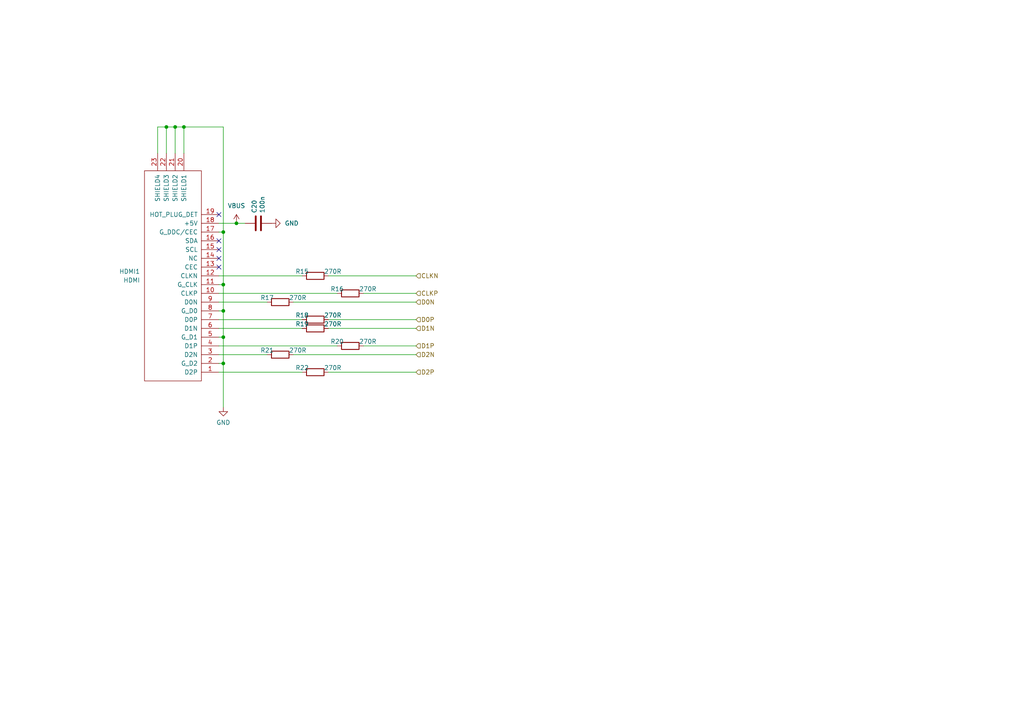
<source format=kicad_sch>
(kicad_sch (version 20231120) (generator "eeschema") (generator_version "8.0")
  (paper "A4")
  (title_block (title "MiniFRANK") (date "2025-01-12") (rev "2.0") (company "Mikhail Matveev") (comment 1 "https://github.com/xtremespb/frank"))
  (lib_symbols
    (symbol "Device:C" (pin_numbers hide) (pin_names (offset 0.254))
      (property "Reference" "C" (at 0.635 2.54 0))
      (property "Value" "C" (at 0.635 -2.54 0))
      (symbol "C_0_1"
        (polyline (pts (xy -2.032 -0.762) (xy 2.032 -0.762)) (stroke (width 0.508)))
        (polyline (pts (xy -2.032 0.762) (xy 2.032 0.762)) (stroke (width 0.508)))
      )
      (symbol "C_1_1"
        (pin passive line (at 0 3.81 270) (length 2.794) (name "~") (number "1"))
        (pin passive line (at 0 -3.81 90) (length 2.794) (name "~") (number "2"))
      )
    )
    (symbol "Device:R" (pin_numbers hide) (pin_names (offset 0))
      (property "Reference" "R" (at 2.032 0 90))
      (property "Value" "R" (at 0 0 90))
      (symbol "R_0_1"
        (rectangle (start -1.016 -2.54) (end 1.016 2.54) (stroke (width 0.254)))
      )
      (symbol "R_1_1"
        (pin passive line (at 0 3.81 270) (length 1.27) (name "~") (number "1"))
        (pin passive line (at 0 -3.81 90) (length 1.27) (name "~") (number "2"))
      )
    )
    (symbol "GND_1" (power) (pin_numbers hide) (pin_names (offset 0) hide)
      (property "Value" "GND" (at 0 -3.81 0))
      (symbol "GND_1_0_1"
        (polyline (pts (xy 0 0) (xy 0 -1.27) (xy 1.27 -1.27) (xy 0 -2.54) (xy -1.27 -1.27) (xy 0 -1.27)))
      )
      (symbol "GND_1_1_1"
        (pin power_in line (at 0 0 270) (length 0) (name "~") (number "1"))
      )
    )
    (symbol "R40:HDMI" (pin_names (offset 1.016))
      (property "Reference" "CN" (at -1.27 16.51 0))
      (property "Value" "HDMI" (at 7.62 16.51 0))
      (symbol "HDMI_0_1"
        (rectangle (start -5.08 15.24) (end 11.43 -45.72))
      )
      (symbol "HDMI_1_1"
        (pin input line (at -10.16 12.7 0) (length 5.08) (name "D2P") (number "1"))
        (pin input line (at -10.16 -10.16 0) (length 5.08) (name "CLKP") (number "10"))
        (pin input line (at -10.16 -12.7 0) (length 5.08) (name "G_CLK") (number "11"))
        (pin input line (at -10.16 -15.24 0) (length 5.08) (name "CLKN") (number "12"))
        (pin input line (at -10.16 -17.78 0) (length 5.08) (name "CEC") (number "13"))
        (pin input line (at -10.16 -20.32 0) (length 5.08) (name "NC") (number "14"))
        (pin input line (at -10.16 -22.86 0) (length 5.08) (name "SCL") (number "15"))
        (pin input line (at -10.16 -25.4 0) (length 5.08) (name "SDA") (number "16"))
        (pin input line (at -10.16 -27.94 0) (length 5.08) (name "G_DDC/CEC") (number "17"))
        (pin input line (at -10.16 -30.48 0) (length 5.08) (name "+5V") (number "18"))
        (pin input line (at -10.16 -33.02 0) (length 5.08) (name "HOT_PLUG_DET") (number "19"))
        (pin input line (at -10.16 10.16 0) (length 5.08) (name "G_D2") (number "2"))
        (pin input line (at 0 -50.8 90) (length 5.08) (name "SHIELD1") (number "20"))
        (pin input line (at 2.54 -50.8 90) (length 5.08) (name "SHIELD2") (number "21"))
        (pin input line (at 5.08 -50.8 90) (length 5.08) (name "SHIELD3") (number "22"))
        (pin input line (at 7.62 -50.8 90) (length 5.08) (name "SHIELD4") (number "23"))
        (pin input line (at -10.16 7.62 0) (length 5.08) (name "D2N") (number "3"))
        (pin input line (at -10.16 5.08 0) (length 5.08) (name "D1P") (number "4"))
        (pin input line (at -10.16 2.54 0) (length 5.08) (name "G_D1") (number "5"))
        (pin input line (at -10.16 0 0) (length 5.08) (name "D1N") (number "6"))
        (pin input line (at -10.16 -2.54 0) (length 5.08) (name "D0P") (number "7"))
        (pin input line (at -10.16 -5.08 0) (length 5.08) (name "G_D0") (number "8"))
        (pin input line (at -10.16 -7.62 0) (length 5.08) (name "D0N") (number "9"))
      )
    )
    (symbol "power:GND" (power) (pin_names (offset 0))
      (property "Value" "GND" (at 0 -3.81 0))
      (symbol "GND_0_1"
        (polyline (pts (xy 0 0) (xy 0 -1.27) (xy 1.27 -1.27) (xy 0 -2.54) (xy -1.27 -1.27) (xy 0 -1.27)))
      )
      (symbol "GND_1_1"
        (pin power_in line (at 0 0 270) (length 0) hide (name "GND") (number "1"))
      )
    )
    (symbol "power:VBUS" (power) (pin_numbers hide) (pin_names (offset 0) hide)
      (property "Value" "VBUS" (at 0 3.556 0))
      (symbol "VBUS_0_1"
        (polyline (pts (xy -0.762 1.27) (xy 0 2.54)))
        (polyline (pts (xy 0 0) (xy 0 2.54)))
        (polyline (pts (xy 0 2.54) (xy 0.762 1.27)))
      )
      (symbol "VBUS_1_1"
        (pin power_in line (at 0 0 90) (length 0) (name "~") (number "1"))
      )
    )
  )
  (junction (at 68.58 64.77))
  (junction (at 64.77 97.79))
  (junction (at 48.26 36.83))
  (junction (at 64.77 67.31))
  (junction (at 64.77 82.55))
  (junction (at 64.77 105.41))
  (junction (at 53.34 36.83))
  (junction (at 64.77 90.17))
  (junction (at 50.8 36.83))
  (no_connect (at 63.5 77.47))
  (no_connect (at 63.5 72.39))
  (no_connect (at 63.5 74.93))
  (no_connect (at 63.5 62.23))
  (no_connect (at 63.5 69.85))
  (wire (pts (xy 63.5 82.55) (xy 64.77 82.55)))
  (wire (pts (xy 64.77 97.79) (xy 64.77 105.41)))
  (wire (pts (xy 63.5 92.71) (xy 87.63 92.71)))
  (wire (pts (xy 85.09 102.87) (xy 120.65 102.87)))
  (wire (pts (xy 63.5 107.95) (xy 87.63 107.95)))
  (wire (pts (xy 63.5 90.17) (xy 64.77 90.17)))
  (wire (pts (xy 64.77 36.83) (xy 53.34 36.83)))
  (wire (pts (xy 50.8 36.83) (xy 50.8 44.45)))
  (wire (pts (xy 85.09 87.63) (xy 120.65 87.63)))
  (wire (pts (xy 53.34 36.83) (xy 50.8 36.83)))
  (wire (pts (xy 105.41 100.33) (xy 120.65 100.33)))
  (wire (pts (xy 64.77 90.17) (xy 64.77 97.79)))
  (wire (pts (xy 64.77 82.55) (xy 64.77 90.17)))
  (wire (pts (xy 95.25 95.25) (xy 120.65 95.25)))
  (wire (pts (xy 48.26 36.83) (xy 48.26 44.45)))
  (wire (pts (xy 63.5 80.01) (xy 87.63 80.01)))
  (wire (pts (xy 63.5 64.77) (xy 68.58 64.77)))
  (wire (pts (xy 63.5 100.33) (xy 97.79 100.33)))
  (wire (pts (xy 63.5 105.41) (xy 64.77 105.41)))
  (wire (pts (xy 64.77 105.41) (xy 64.77 118.11)))
  (wire (pts (xy 95.25 80.01) (xy 120.65 80.01)))
  (wire (pts (xy 95.25 92.71) (xy 120.65 92.71)))
  (wire (pts (xy 64.77 82.55) (xy 64.77 67.31)))
  (wire (pts (xy 48.26 36.83) (xy 45.72 36.83)))
  (wire (pts (xy 63.5 97.79) (xy 64.77 97.79)))
  (wire (pts (xy 63.5 67.31) (xy 64.77 67.31)))
  (wire (pts (xy 63.5 85.09) (xy 97.79 85.09)))
  (wire (pts (xy 64.77 67.31) (xy 64.77 36.83)))
  (wire (pts (xy 68.58 64.77) (xy 71.12 64.77)))
  (wire (pts (xy 105.41 85.09) (xy 120.65 85.09)))
  (wire (pts (xy 63.5 102.87) (xy 77.47 102.87)))
  (wire (pts (xy 50.8 36.83) (xy 48.26 36.83)))
  (wire (pts (xy 63.5 95.25) (xy 87.63 95.25)))
  (wire (pts (xy 45.72 36.83) (xy 45.72 44.45)))
  (wire (pts (xy 53.34 36.83) (xy 53.34 44.45)))
  (wire (pts (xy 95.25 107.95) (xy 120.65 107.95)))
  (wire (pts (xy 63.5 87.63) (xy 77.47 87.63)))
  (hierarchical_label "D2P" (shape input) (at 120.65 107.95 0))
  (hierarchical_label "CLKP" (shape input) (at 120.65 85.09 0))
  (hierarchical_label "D2N" (shape input) (at 120.65 102.87 0))
  (hierarchical_label "CLKN" (shape input) (at 120.65 80.01 0))
  (hierarchical_label "D0P" (shape input) (at 120.65 92.71 0))
  (hierarchical_label "D1P" (shape input) (at 120.65 100.33 0))
  (hierarchical_label "D0N" (shape input) (at 120.65 87.63 0))
  (hierarchical_label "D1N" (shape input) (at 120.65 95.25 0))
  (symbol (lib_id "Device:R") (at 91.44 92.71 90) (unit 1)
    (property "Reference" "R18" (at 87.63 91.44 90))
    (property "Value" "270R" (at 96.52 91.44 90))
    (property "Footprint" "LIBS:R_0805" (effects (hide yes)))
  )
  (symbol (lib_id "Device:R") (at 101.6 100.33 90) (unit 1)
    (property "Reference" "R20" (at 97.79 99.06 90))
    (property "Value" "270R" (at 106.68 99.06 90))
    (property "Footprint" "LIBS:R_0805" (effects (hide yes)))
  )
  (symbol (lib_id "Device:R") (at 91.44 80.01 90) (unit 1)
    (property "Reference" "R15" (at 87.63 78.74 90))
    (property "Value" "270R" (at 96.52 78.74 90))
    (property "Footprint" "LIBS:R_0805" (effects (hide yes)))
  )
  (symbol (lib_id "power:VBUS") (at 68.58 64.77 0) (unit 1)
    (property "Reference" "#PWR045" (effects (hide yes)))
    (property "Value" "VBUS" (at 68.58 59.69 0))
    (property "Description" "Power symbol creates a global label with name \"VBUS\"" (effects (hide yes)))
  )
  (symbol (lib_id "Device:R") (at 91.44 95.25 90) (unit 1)
    (property "Reference" "R19" (at 87.63 93.98 90))
    (property "Value" "270R" (at 96.52 93.98 90))
    (property "Footprint" "LIBS:R_0805" (effects (hide yes)))
  )
  (symbol (lib_id "Device:C") (at 74.93 64.77 90) (unit 1)
    (property "Reference" "C20" (at 73.7616 61.849 0) (effects (justify left)))
    (property "Value" "100n" (at 76.073 61.849 0) (effects (justify left)))
    (property "Footprint" "LIBS:C_0805" (effects (hide yes)))
  )
  (symbol (lib_id "Device:R") (at 81.28 87.63 90) (unit 1)
    (property "Reference" "R17" (at 77.47 86.36 90))
    (property "Value" "270R" (at 86.36 86.36 90))
    (property "Footprint" "LIBS:R_0805" (effects (hide yes)))
  )
  (symbol (lib_id "power:GND") (at 64.77 118.11 0) (unit 1)
    (property "Reference" "#PWR047" (effects (hide yes)))
    (property "Value" "GND" (at 64.77 122.5534 0))
  )
  (symbol (lib_name "GND_1") (lib_id "power:GND") (at 78.74 64.77 90) (unit 1)
    (property "Reference" "#PWR046" (effects (hide yes)))
    (property "Value" "GND" (at 82.55 64.7699 90) (effects (justify right)))
    (property "Description" "Power symbol creates a global label with name \"GND\" , ground" (effects (hide yes)))
  )
  (symbol (lib_id "Device:R") (at 101.6 85.09 90) (unit 1)
    (property "Reference" "R16" (at 97.79 83.82 90))
    (property "Value" "270R" (at 106.68 83.82 90))
    (property "Footprint" "LIBS:R_0805" (effects (hide yes)))
  )
  (symbol (lib_id "R40:HDMI") (at 53.34 95.25 180) (unit 1)
    (property "Reference" "HDMI1" (at 40.64 78.7399 0) (effects (justify left)))
    (property "Value" "HDMI" (at 40.64 81.2799 0) (effects (justify left)))
    (property "Footprint" "LIBS:HDMI" (effects (hide yes)))
  )
  (symbol (lib_id "Device:R") (at 91.44 107.95 90) (unit 1)
    (property "Reference" "R22" (at 87.63 106.68 90))
    (property "Value" "270R" (at 96.52 106.68 90))
    (property "Footprint" "LIBS:R_0805" (effects (hide yes)))
  )
  (symbol (lib_id "Device:R") (at 81.28 102.87 90) (unit 1)
    (property "Reference" "R21" (at 77.47 101.6 90))
    (property "Value" "270R" (at 86.36 101.6 90))
    (property "Footprint" "LIBS:R_0805" (effects (hide yes)))
  )
)
</source>
